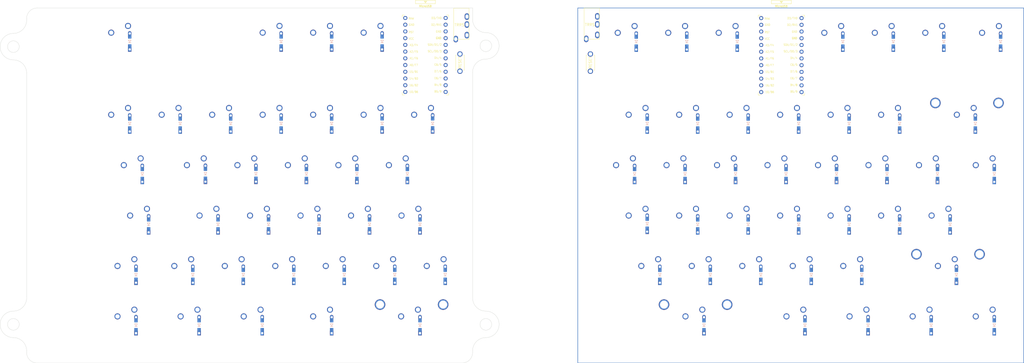
<source format=kicad_pcb>
(kicad_pcb (version 20221018) (generator pcbnew)
  (title_block (title "Fatotesa KDB"))
  (layers (0 "F.Cu" signal) (31 "B.Cu" signal) (34 "B.Paste" user) (35 "F.Paste" user) (36 "B.SilkS" user "B.Silkscreen") (37 "F.SilkS" user "F.Silkscreen") (38 "B.Mask" user) (39 "F.Mask" user) (44 "Edge.Cuts" user))
  (net 0 "")
  (net 1 "Net-(D_0-A)")
  (net 2 "Net-(D_1-A)")
  (net 3 "col0")
  (net 4 "col1")
  (net 5 "col2")
  (net 6 "col3")
  (net 7 "col4")
  (net 8 "col5")
  (net 9 "col6")
  (net 10 "Net-(D_2-A)")
  (net 11 "row0")
  (net 12 "row2")
  (net 13 "row5")
  (net 14 "row6")
  (net 15 "Net-(D_3-A)")
  (net 16 "Net-(D_4-A)")
  (net 17 "Net-(D_5-A)")
  (net 18 "Net-(D_6-A)")
  (net 19 "Net-(D_7-A)")
  (net 20 "Net-(D_8-A)")
  (net 21 "Net-(D_9-A)")
  (net 22 "Net-(D_10-A)")
  (net 23 "Net-(D_11-A)")
  (net 24 "Net-(D_12-A)")
  (net 25 "Net-(D_13-A)")
  (net 26 "Net-(D_14-A)")
  (net 27 "Net-(D_15-A)")
  (net 28 "Net-(D_16-A)")
  (net 29 "Net-(D_17-A)")
  (net 30 "Net-(D_18-A)")
  (net 31 "Net-(D_19-A)")
  (net 32 "Net-(D_20-A)")
  (net 33 "Net-(D_21-A)")
  (net 34 "Net-(D_22-A)")
  (net 35 "Net-(D_23-A)")
  (net 36 "Net-(D_24-A)")
  (net 37 "Net-(D_25-A)")
  (net 38 "Net-(D_26-A)")
  (net 39 "Net-(D_27-A)")
  (net 40 "Net-(D_28-A)")
  (net 41 "Net-(D_29-A)")
  (net 42 "Net-(D_30-A)")
  (net 43 "Net-(D_31-A)")
  (net 44 "Net-(D_32-A)")
  (net 45 "Net-(D_33-A)")
  (net 46 "Net-(D_34-A)")
  (net 47 "data")
  (net 48 "GND")
  (net 49 "VCC")
  (net 50 "reset")
  (net 52 "row3")
  (net 53 "row4")
  (net 54 "Net-(D_35-A)")
  (net 55 "Net-(D_36-A)")
  (net 56 "Net-(D_37-A)")
  (net 57 "Net-(D_38-A)")
  (net 58 "Net-(D_39-A)")
  (net 59 "Net-(D_40-A)")
  (net 60 "Net-(D_41-A)")
  (net 61 "Net-(D_42-A)")
  (net 62 "Net-(D_43-A)")
  (net 63 "Net-(D_44-A)")
  (net 64 "Net-(D_45-A)")
  (net 65 "Net-(D_46-A)")
  (net 66 "Net-(D_47-A)")
  (net 67 "Net-(D_48-A)")
  (net 68 "Net-(D_49-A)")
  (net 69 "Net-(D_50-A)")
  (net 70 "Net-(D_51-A)")
  (net 71 "Net-(D_52-A)")
  (net 72 "Net-(D_53-A)")
  (net 73 "Net-(D_54-A)")
  (net 74 "Net-(D_55-A)")
  (net 75 "Net-(D_56-A)")
  (net 76 "Net-(D_57-A)")
  (net 77 "Net-(D_58-A)")
  (net 78 "Net-(D_59-A)")
  (net 79 "Net-(D_60-A)")
  (net 80 "Net-(D_61-A)")
  (net 81 "Net-(D_62-A)")
  (net 82 "Net-(D_63-A)")
  (net 83 "Net-(D_64-A)")
  (net 84 "Net-(D_65-A)")
  (net 85 "Net-(D_66-A)")
  (net 86 "Net-(D_67-A)")
  (net 87 "Net-(D_68-A)")
  (net 88 "Net-(D_69-A)")
  (net 89 "Net-(D_70-A)")
  (net 90 "Net-(D_71-A)")
  (net 91 "Net-(D_72-A)")
  (net 92 "Net-(D_73-A)")
  (net 93 "Net-(D_74-A)")
  (net 94 "row0_r")
  (net 95 "row2_r")
  (net 96 "row1_r")
  (net 97 "row3_r")
  (net 98 "row4_r")
  (net 99 "row5_r")
  (net 100 "data_r")
  (net 101 "col0_r")
  (net 102 "reset_r")
  (net 103 "GNDA")
  (net 104 "VDD")
  (net 105 "col1_r")
  (net 106 "col2_r")
  (net 107 "col3_r")
  (net 108 "col4_r")
  (net 109 "col5_r")
  (net 110 "col6_r")
  (net 111 "col7_r")
  (footprint "PCM_marbastlib-mx:SW_MX_1u" (layer "F.Cu") (at 300.8129 134.1359)
    (fp_text reference "K_38" hide)
    (fp_text value "KEYSW")
  )
  (footprint "Corne:ResetSW_1side" (layer "F.Cu") (at 233.3418 111.9117 -90)
    (fp_text reference "SW1" hide)
    (fp_text value "SW_PUSH")
  )
  (footprint "Corne:ProMicro_v3" (layer "F.Cu") (at 220.3202 109.5306)
    (fp_text reference "U3" hide)
    (fp_text value "ProMicro" hide)
  )
  (footprint "PCM_marbastlib-mx:SW_MX_1u" (layer "F.Cu") (at 105.5627 134.1377)
    (fp_text reference "K_4" hide)
    (fp_text value "KEYSW")
  )
  (footprint "PCM_marbastlib-mx:SW_MX_1u" (layer "F.Cu") (at 396.0569 172.2335)
    (fp_text reference "K_66" hide)
    (fp_text value "KEYSW")
  )
  (footprint "PCM_marbastlib-mx:SW_MX_1u" (layer "F.Cu") (at 424.6295 134.1365)
    (fp_text reference "K_69" hide)
    (fp_text value "KEYSW")
  )
  (footprint "PCM_marbastlib-mx:SW_MX_1u" (layer "F.Cu") (at 305.5751 191.2823)
    (fp_text reference "K_41" hide)
    (fp_text value "KEYSW")
  )
  (footprint "PCM_marbastlib-mx:SW_MX_1u" (layer "F.Cu") (at 315.0995 153.1847)
    (fp_text reference "K_39" hide)
    (fp_text value "KEYSW")
  )
  (footprint "PCM_marbastlib-mx:SW_MX_1u" (layer "F.Cu") (at 357.9593 172.2335)
    (fp_text reference "K_54" hide)
    (fp_text value "KEYSW")
  )
  (footprint "PCM_marbastlib-mx:SW_MX_1.75u" (layer "F.Cu") (at 112.70645 172.2377)
    (fp_text reference "K_17" hide)
    (fp_text value "KEYSW")
  )
  (footprint "PCM_marbastlib-mx:SW_MX_1u" (layer "F.Cu") (at 148.4252 191.2877)
    (fp_text reference "K_25" hide)
    (fp_text value "KEYSW")
  )
  (footprint "PCM_marbastlib-mx:SW_MX_1u" (layer "F.Cu") (at 381.7703 191.2823)
    (fp_text reference "K_61" hide)
    (fp_text value "KEYSW")
  )
  (footprint "PCM_marbastlib-mx:SW_MX_1u" (layer "F.Cu") (at 396.0569 134.1359)
    (fp_text reference "K_64" hide)
    (fp_text value "KEYSW")
  )
  (footprint "PCM_marbastlib-mx:SW_MX_1u" (layer "F.Cu") (at 296.0507 153.1847)
    (fp_text reference "K_36" hide)
    (fp_text value "KEYSW")
  )
  (footprint "PCM_marbastlib-mx:SW_MX_1u" (layer "F.Cu") (at 412.7246 103.181)
    (fp_text reference "K_68" hide)
    (fp_text value "KEYSW")
  )
  (footprint "PCM_marbastlib-mx:SW_MX_1.25u" (layer "F.Cu") (at 155.56895 210.3377)
    (fp_text reference "K_32" hide)
    (fp_text value "KEYSW")
  )
  (footprint "PCM_marbastlib-mx:SW_MX_1u" (layer "F.Cu") (at 322.24115 210.3317)
    (fp_text reference "K_47" hide)
    (fp_text value "KEYSW")
  )
  (footprint "PCM_marbastlib-mx:SW_MX_1u" (layer "F.Cu") (at 214.94535 210.3341)
    (fp_text reference "K_34" hide)
    (fp_text value "KEYSW")
  )
  (footprint "PCM_marbastlib-mx:SW_MX_1u" (layer "F.Cu") (at 319.8617 172.2335)
    (fp_text reference "K_45" hide)
    (fp_text value "KEYSW")
  )
  (footprint "PCM_marbastlib-mx:SW_MX_1u" (layer "F.Cu") (at 157.9502 172.2377)
    (fp_text reference "K_19" hide)
    (fp_text value "KEYSW")
  )
  (footprint "PCM_marbastlib-mx:SW_MX_1u" (layer "F.Cu") (at 434.1545 103.1816)
    (fp_text reference "K_72" hide)
    (fp_text value "KEYSW")
  )
  (footprint "PCM_marbastlib-mx:SW_MX_1u" (layer "F.Cu") (at 374.6264 103.1804)
    (fp_text reference "K_57" hide)
    (fp_text value "KEYSW")
  )
  (footprint "PCM_marbastlib-mx:SW_MX_1.25u" (layer "F.Cu") (at 407.96315 210.3317)
    (fp_text reference "K_67" hide)
    (fp_text value "KEYSW")
  )
  (footprint "PCM_marbastlib-mx:SW_MX_1u" (layer "F.Cu") (at 105.5627 103.131)
    (fp_text reference "K_0" hide)
    (fp_text value "KEYSW")
  )
  (footprint "PCM_marbastlib-mx:SW_MX_1u" (layer "F.Cu") (at 200.8127 103.131)
    (fp_text reference "K_3" hide)
    (fp_text value "KEYSW")
  )
  (footprint "PCM_marbastlib-mx:SW_MX_1u" (layer "F.Cu") (at 210.3377 153.1877)
    (fp_text reference "K_16" hide)
    (fp_text value "KEYSW")
  )
  (footprint "PCM_marbastlib-mx:SW_MX_1.5u" (layer "F.Cu") (at 110.3252 153.1877)
    (fp_text reference "K_11" hide)
    (fp_text value "KEYSW")
  )
  (footprint "PCM_marbastlib-mx:SW_MX_1.25u" (layer "F.Cu") (at 384.1514 210.3311)
    (fp_text reference "K_62" hide)
    (fp_text value "KEYSW")
  )
  (footprint "PCM_marbastlib-mx:SW_MX_1u" (layer "F.Cu") (at 124.6127 134.1377)
    (fp_text reference "K_5" hide)
    (fp_text value "KEYSW")
  )
  (footprint "PCM_marbastlib-mx:SW_MX_1.25u" (layer "F.Cu") (at 107.94395 191.2877)
    (fp_text reference "K_23" hide)
    (fp_text value "KEYSW")
  )
  (footprint "PCM_marbastlib-mx:SW_MX_1u" (layer "F.Cu") (at 181.7627 103.131)
    (fp_text reference "K_2" hide)
    (fp_text value "KEYSW")
  )
  (footprint "PCM_marbastlib-mx:SW_MX_1u" (layer "F.Cu") (at 315.7329 103.1798)
    (fp_text reference "K_37" hide)
    (fp_text value "KEYSW")
  )
  (footprint "PCM_marbastlib-mx:SW_MX_1u" (layer "F.Cu") (at 167.4752 191.2877)
    (fp_text reference "K_26" hide)
    (fp_text value "KEYSW")
  )
  (footprint "PCM_marbastlib-mx:SW_MX_1u" (layer "F.Cu") (at 334.1483 153.1847)
    (fp_text reference "K_44" hide)
    (fp_text value "KEYSW")
  )
  (footprint "PCM_marbastlib-mx:SW_MX_1u" (layer "F.Cu") (at 319.8617 134.1359)
    (fp_text reference "K_43" hide)
    (fp_text value "KEYSW")
  )
  (footprint "PCM_marbastlib-mx:SW_MX_1u" (layer "F.Cu") (at 296.6847 103.1804)
    (fp_text reference "K_35" hide)
    (fp_text value "KEYSW")
  )
  (footprint "PCM_marbastlib-mx:SW_MX_1u" (layer "F.Cu") (at 200.8127 134.1377)
    (fp_text reference "K_9" hide)
    (fp_text value "KEYSW")
  )
  (footprint "PCM_marbastlib-mx:SW_MX_1u" (layer "F.Cu") (at 172.2377 153.1877)
    (fp_text reference "K_14" hide)
    (fp_text value "KEYSW")
  )
  (footprint "PCM_marbastlib-mx:SW_MX_1u" (layer "F.Cu") (at 391.2947 153.1847)
    (fp_text reference "K_59" hide)
    (fp_text value "KEYSW")
  )
  (footprint "Corne:ResetSW_1side" (layer "F.Cu") (at 282.5572 111.9117 -90)
    (fp_text reference "SW2" hide)
    (fp_text value "SW_PUSH")
  )
  (footprint "PCM_marbastlib-mx:SW_MX_1u" (layer "F.Cu") (at 377.0081 134.1359)
    (fp_text reference "K_58" hide)
    (fp_text value "KEYSW")
  )
  (footprint "PCM_marbastlib-mx:SW_MX_1u" (layer "F.Cu") (at 153.1877 153.1877)
    (fp_text reference "K_13" hide)
    (fp_text value "KEYSW")
  )
  (footprint "PCM_marbastlib-mx:STAB_MX_P_2u" (layer "F.Cu") (at 424.6289 134.1365)
    (fp_text reference "S4" hide)
    (fp_text value "MX_stab")
  )
  (footprint "Corne:MJ-4PP-9_1side" (layer "F.Cu") (at 283.0761 91.1503)
    (fp_text reference "J2")
    (fp_text value "MJ-4PP-9" hide)
  )
  (footprint "PCM_marbastlib-mx:SW_MX_1u" (layer "F.Cu") (at 324.6239 191.2823)
    (fp_text reference "K_46" hide)
    (fp_text value "KEYSW")
  )
  (footprint "PCM_marbastlib-mx:SW_MX_1u" (layer "F.Cu") (at 138.9002 172.2377)
    (fp_text reference "K_18" hide)
    (fp_text value "KEYSW")
  )
  (footprint "PCM_marbastlib-mx:SW_MX_1u" (layer "F.Cu") (at 362.7215 191.2823)
    (fp_text reference "K_55" hide)
    (fp_text value "KEYSW")
  )
  (footprint "PCM_marbastlib-mx:SW_MX_1u" (layer "F.Cu") (at 219.8627 134.1377)
    (fp_text reference "K_10" hide)
    (fp_text value "KEYSW")
  )
  (footprint "PCM_marbastlib-mx:SW_MX_1u" (layer "F.Cu") (at 357.9593 134.1359)
    (fp_text reference "K_52" hide)
    (fp_text value "KEYSW")
  )
  (footprint "PCM_marbastlib-mx:SW_MX_1.25u" (layer "F.Cu") (at 131.75645 210.3377)
    (fp_text reference "K_31" hide)
    (fp_text value "KEYSW")
  )
  (footprint "PCM_marbastlib-mx:SW_MX_1.25u" (layer "F.Cu") (at 431.7734 153.1847)
    (fp_text reference "K_73" hide)
    (fp_text value "KEYSW")
  )
  (footprint "PCM_marbastlib-mx:SW_MX_1u" (layer "F.Cu") (at 191.2877 153.1877)
    (fp_text reference "K_15" hide)
    (fp_text value "KEYSW")
  )
  (footprint "PCM_marbastlib-mx:SW_MX_1u" (layer "F.Cu") (at 377.0081 172.2335)
    (fp_text reference "K_60" hide)
    (fp_text value "KEYSW")
  )
  (footprint "PCM_marbastlib-mx:SW_MX_1u" (layer "F.Cu") (at 177.0002 172.2377)
    (fp_text reference "K_20" hide)
    (fp_text value "KEYSW")
  )
  (footprint "PCM_marbastlib-mx:SW_MX_1u" (layer "F.Cu") (at 343.6727 191.2823)
    (fp_text reference "K_51" hide)
    (fp_text value "KEYSW")
  )
  (footprint "Corne:MJ-4PP-9_1side" (layer "F.Cu") (at 233.8667 91.2251)
    (fp_text reference "J1")
    (fp_text value "MJ-4PP-9" hide)
  )
  (footprint "PCM_marbastlib-mx:STAB_MX_P_2.75u" (layer "F.Cu") (at 322.24115 210.3317)
    (fp_text reference "S3" hide)
    (fp_text value "MX_stab")
  )
  (footprint "PCM_marbastlib-mx:SW_MX_1u" (layer "F.Cu") (at 205.5752 191.2877)
    (fp_text reference "K_28" hide)
    (fp_text value "KEYSW")
  )
  (footprint "PCM_marbastlib-mx:STAB_MX_P_2u" (layer "F.Cu") (at 215.0879 210.3191)
    (fp_text reference "S1" hide)
    (fp_text value "MX_stab")
  )
  (footprint "PCM_marbastlib-mx:SW_MX_1u" (layer "F.Cu") (at 129.3752 191.2877)
    (fp_text reference "K_24" hide)
    (fp_text value "KEYSW")
  )
  (footprint "PCM_marbastlib-mx:SW_MX_1u" (layer "F.Cu") (at 224.6252 191.2877)
    (fp_text reference "K_29" hide)
    (fp_text value "KEYSW")
  )
  (footprint "PCM_marbastlib-mx:SW_MX_1u" (layer "F.Cu") (at 143.6627 134.1377)
    (fp_text reference "K_6" hide)
    (fp_text value "KEYSW")
  )
  (footprint "PCM_marbastlib-mx:SW_MX_1u" (layer "F.Cu") (at 372.2459 153.1847)
    (fp_text reference "K_53" hide)
    (fp_text value "KEYSW")
  )
  (footprint "PCM_marbastlib-mx:STAB_MX_P_2.75u" (layer "F.Cu") (at 417.4868 191.2823)
    (fp_text reference "S2" hide)
    (fp_text value "MX_stab")
  )
  (footprint "PCM_marbastlib-mx:SW_MX_1u" (layer "F.Cu") (at 300.8129 172.2335)
    (fp_text reference "K_40" hide)
    (fp_text value "KEYSW")
  )
  (footprint "PCM_marbastlib-mx:SW_MX_1u" (layer "F.Cu") (at 181.7627 134.1377)
    (fp_text reference "K_8" hide)
    (fp_text value "KEYSW")
  )
  (footprint "PCM_marbastlib-mx:SW_MX_1u" (layer "F.Cu") (at 186.5252 191.2877)
    (fp_text reference "K_27" hide)
    (fp_text value "KEYSW")
  )
  (footprint "PCM_marbastlib-mx:SW_MX_1u" (layer "F.Cu") (at 393.6752 103.1804)
    (fp_text reference "K_63" hide)
    (fp_text value "KEYSW")
  )
  (footprint "PCM_marbastlib-mx:SW_MX_1.5u" (layer "F.Cu") (at 181.7627 210.3377)
    (fp_text reference "K_33" hide)
    (fp_text value "KEYSW")
  )
  (footprint "PCM_marbastlib-mx:SW_MX_1u" (layer "F.Cu") (at 353.1971 153.1847)
    (fp_text reference "K_49" hide)
    (fp_text value "KEYSW")
  )
  (footprint "PCM_marbastlib-mx:SW_MX_1u" (layer "F.Cu") (at 415.1063 172.2341)
    (fp_text reference "K_70" hide)
    (fp_text value "KEYSW")
  )
  (footprint "PCM_marbastlib-mx:SW_MX_1u" (layer "F.Cu") (at 196.0502 172.2377)
    (fp_text reference "K_21" hide)
    (fp_text value "KEYSW")
  )
  (footprint "PCM_marbastlib-mx:SW_MX_1u" (layer "F.Cu") (at 338.9105 134.1359)
    (fp_text reference "K_48" hide)
    (fp_text value "KEYSW")
  )
  (footprint "PCM_marbastlib-mx:SW_MX_1u" (layer "F.Cu") (at 417.4868 191.2823)
    (fp_text reference "K_71" hide)
    (fp_text value "KEYSW")
  )
  (footprint "PCM_marbastlib-mx:SW_MX_1u" (layer "F.Cu") (at 334.7823 103.1804)
    (fp_text reference "K_42" hide)
    (fp_text value "KEYSW")
  )
  (footprint "PCM_marbastlib-mx:SW_MX_1u" (layer "F.Cu") (at 134.1377 153.1877)
    (fp_text reference "K_12" hide)
    (fp_text value "KEYSW")
  )
  (footprint "PCM_marbastlib-mx:SW_MX_1u" (layer "F.Cu") (at 410.3429 153.1853)
    (fp_text reference "K_65" hide)
    (fp_text value "KEYSW")
  )
  (footprint "PCM_marbastlib-mx:SW_MX_1.25u" (layer "F.Cu") (at 107.94395 210.3377)
    (fp_text reference "K_30" hide)
    (fp_text value "KEYSW")
  )
  (footprint "PCM_marbastlib-mx:SW_MX_1u" (layer "F.Cu") (at 162.7127 103.131)
    (fp_text reference "K_1" hide)
    (fp_text value "KEYSW")
  )
  (footprint "Corne:ProMicro_v3" (layer "F.Cu") (at 354.6146 109.5755)
    (fp_text reference "U1" hide)
    (fp_text value "ProMicro" hide)
  )
  (footprint "PCM_marbastlib-mx:SW_MX_1u" (layer "F.Cu") (at 162.7127 134.1377)
    (fp_text reference "K_7" hide)
    (fp_text value "KEYSW")
  )
  (footprint "PCM_marbastlib-mx:SW_MX_1.25u" (layer "F.Cu") (at 360.3404 210.3311)
    (fp_text reference "K_56" hide)
    (fp_text value "KEYSW")
  )
  (footprint "PCM_marbastlib-mx:SW_MX_1u" (layer "F.Cu") (at 338.9105 172.2335)
    (fp_text reference "K_50" hide)
    (fp_text value "KEYSW")
  )
  (footprint "PCM_marbastlib-mx:SW_MX_1u" (layer "F.Cu") (at 215.1002 172.2377)
    (fp_text reference "K_22" hide)
    (fp_text value "KEYSW")
  )
  (footprint "PCM_marbastlib-mx:SW_MX_1.25u" (layer "F.Cu") (at 431.77415 210.3317)
    (fp_text reference "K_74" hide)
    (fp_text value "KEYSW")
  )
  (footprint "Corne:D3_TH_SMD_v2" (layer "B.Cu") (at 308.7493 192.0754 90)
    (fp_text reference "D_41" hide)
    (fp_text value "D" hide)
  )
  (footprint "Corne:D3_TH_SMD_v2" (layer "B.Cu") (at 108.7309 103.9121 90)
    (fp_text reference "D_0" hide)
    (fp_text value "D" hide)
  )
  (footprint "Corne:D3_TH_SMD_v2" (layer "B.Cu") (at 365.8957 192.0754 90)
    (fp_text reference "D_55" hide)
    (fp_text value "D" hide)
  )
  (footprint "Corne:D3_TH_SMD_v2" (layer "B.Cu") (at 137.3041 153.9032 90)
    (fp_text reference "D_12" hide)
    (fp_text value "D" hide)
  )
  (footprint "Corne:D3_TH_SMD_v2" (layer "B.Cu") (at 115.8742 173.0146 90)
    (fp_text reference "D_17" hide)
    (fp_text value "D" hide)
  )
  (footprint "Corne:D3_TH_SMD_v2" (layer "B.Cu") (at 325.417 211.1242 90)
    (fp_text reference "D_47" hide)
    (fp_text value "D" hide)
  )
  (footprint "Corne:D3_TH_SMD_v2" (layer "B.Cu") (at 318.2737 153.9778 90)
    (fp_text reference "D_39" hide)
    (fp_text value "D" hide)
  )
  (footprint "Corne:D3_TH_SMD_v2" (layer "B.Cu") (at 218.2615 211.1122 90)
    (fp_text reference "D_34" hide)
    (fp_text value "D" hide)
  )
  (footprint "Corne:D3_TH_SMD_v2" (layer "B.Cu") (at 223.0237 134.8544 90)
    (fp_text reference "D_10" hide)
    (fp_text value "D" hide)
  )
  (footprint "Corne:D3_TH_SMD_v2" (layer "B.Cu") (at 303.9871 134.929 90)
    (fp_text reference "D_38" hide)
    (fp_text value "D" hide)
  )
  (footprint "Corne:D3_TH_SMD_v2" (layer "B.Cu") (at 318.9095 103.9747 90)
    (fp_text reference "D_37" hide)
    (fp_text value "D" hide)
  )
  (footprint "Corne:D3_TH_SMD_v2" (layer "B.Cu") (at 361.1335 134.929 90)
    (fp_text reference "D_52" hide)
    (fp_text value "D" hide)
  )
  (footprint "Corne:D3_TH_SMD_v2" (layer "B.Cu") (at 113.4931 153.9658 90)
    (fp_text reference "D_11" hide)
    (fp_text value "D" hide)
  )
  (footprint "Corne:D3_TH_SMD_v2" (layer "B.Cu") (at 363.5146 211.1242 90)
    (fp_text reference "D_56" hide)
    (fp_text value "D" hide)
  )
  (footprint "Corne:D3_TH_SMD_v2" (layer "B.Cu") (at 399.2311 134.929 90)
    (fp_text reference "D_64" hide)
    (fp_text value "D" hide)
  )
  (footprint "Corne:D3_TH_SMD_v2" (layer "B.Cu") (at 327.7981 192.0754 90)
    (fp_text reference "D_46" hide)
    (fp_text value "D" hide)
  )
  (footprint "Corne:D3_TH_SMD_v2" (layer "B.Cu") (at 437.3287 103.9747 90)
    (fp_text reference "D_72" hide)
    (fp_text value "D" hide)
  )
  (footprint "Corne:D3_TH_SMD_v2" (layer "B.Cu") (at 111.112 211.1122 90)
    (fp_text reference "D_30" hide)
    (fp_text value "D" hide)
  )
  (footprint "Corne:D3_TH_SMD_v2" (layer "B.Cu") (at 108.7309 134.917 90)
    (fp_text reference "D_4" hide)
    (fp_text value "D" hide)
  )
  (footprint "Corne:D3_TH_SMD_v2" (layer "B.Cu") (at 346.8469 192.0754 90)
    (fp_text reference "D_51" hide)
    (fp_text value "D" hide)
  )
  (footprint "Corne:D3_TH_SMD_v2" (layer "B.Cu") (at 434.9476 211.1242 90)
    (fp_text reference "D_74" hide)
    (fp_text value "D" hide)
  )
  (footprint "Corne:D3_TH_SMD_v2" (layer "B.Cu") (at 377.8012 103.9747 90)
    (fp_text reference "D_57" hide)
    (fp_text value "D" hide)
  )
  (footprint "Corne:D3_TH_SMD_v2" (layer "B.Cu") (at 323.0359 173.0266 90)
    (fp_text reference "D_45" hide)
    (fp_text value "D" hide)
  )
  (footprint "Corne:D3_TH_SMD_v2" (layer "B.Cu") (at 175.4017 153.9658 90)
    (fp_text reference "D_14" hide)
    (fp_text value "D" hide)
  )
  (footprint "Corne:D3_TH_SMD_v2" (layer "B.Cu") (at 361.1335 173.0266 90)
    (fp_text reference "D_54" hide)
    (fp_text value "D" hide)
  )
  (footprint "Corne:D3_TH_SMD_v2" (layer "B.Cu") (at 299.8607 103.9747 90)
    (fp_text reference "D_35" hide)
    (fp_text value "D" hide)
  )
  (footprint "Corne:D3_TH_SMD_v2" (layer "B.Cu") (at 134.923 211.1122 90)
    (fp_text reference "D_31" hide)
    (fp_text value "D" hide)
  )
  (footprint "Corne:D3_TH_SMD_v2" (layer "B.Cu") (at 337.9583 103.9747 90)
    (fp_text reference "D_42" hide)
    (fp_text value "D" hide)
  )
  (footprint "Corne:D3_TH_SMD_v2" (layer "B.Cu") (at 127.7797 134.917 90)
    (fp_text reference "D_5" hide)
    (fp_text value "D" hide)
  )
  (footprint "Corne:D3_TH_SMD_v2" (layer "B.Cu") (at 165.8773 103.9121 90)
    (fp_text reference "D_1" hide)
    (fp_text value "D" hide)
  )
  (footprint "Corne:D3_TH_SMD_v2" (layer "B.Cu") (at 199.2127 173.0146 90)
    (fp_text reference "D_21" hide)
    (fp_text value "D" hide)
  )
  (footprint "Corne:D3_TH_SMD_v2" (layer "B.Cu") (at 380.1823 134.929 90)
    (fp_text reference "D_58" hide)
    (fp_text value "D" hide)
  )
  (footprint "Corne:D3_TH_SMD_v2" (layer "B.Cu") (at 342.0847 134.929 90)
    (fp_text reference "D_48" hide)
    (fp_text value "D" hide)
  )
  (footprint "Corne:D3_TH_SMD_v2" (layer "B.Cu") (at 151.5907 192.0634 90)
    (fp_text reference "D_25" hide)
    (fp_text value "D" hide)
  )
  (footprint "Corne:D3_TH_SMD_v2" (layer "B.Cu") (at 399.2311 173.0266 90)
    (fp_text reference "D_66" hide)
    (fp_text value "D" hide)
  )
  (footprint "Corne:D3_TH_SMD_v2" (layer "B.Cu") (at 132.5419 192.0634 90)
    (fp_text reference "D_24" hide)
    (fp_text value "D" hide)
  )
  (footprint "Corne:D3_TH_SMD_v2" (layer "B.Cu") (at 427.8043 134.929 90)
    (fp_text reference "D_69" hide)
    (fp_text value "D" hide)
  )
  (footprint "Corne:D3_TH_SMD_v2" (layer "B.Cu") (at 189.6883 192.0634 90)
    (fp_text reference "D_27" hide)
    (fp_text value "D" hide)
  )
  (footprint "Corne:D3_TH_SMD_v2" (layer "B.Cu") (at 375.4201 153.9778 90)
    (fp_text reference "D_53" hide)
    (fp_text value "D" hide)
  )
  (footprint "Corne:D3_TH_SMD_v2" (layer "B.Cu") (at 208.7371 192.0634 90)
    (fp_text reference "D_28" hide)
    (fp_text value "D" hide)
  )
  (footprint "Corne:D3_TH_SMD_v2" (layer "B.Cu") (at 184.9261 211.1122 90)
    (fp_text reference "D_33" hide)
    (fp_text value "D" hide)
  )
  (footprint "Corne:D3_TH_SMD_v2" (layer "B.Cu") (at 165.8773 134.917 90)
    (fp_text reference "D_7" hide)
    (fp_text value "D" hide)
  )
  (footprint "Corne:D3_TH_SMD_v2" (layer "B.Cu") (at 184.9261 134.917 90)
    (fp_text reference "D_8" hide)
    (fp_text value "D" hide)
  )
  (footprint "Corne:D3_TH_SMD_v2" (layer "B.Cu") (at 161.1151 173.0146 90)
    (fp_text reference "D_19" hide)
    (fp_text value "D" hide)
  )
  (footprint "Corne:D3_TH_SMD_v2" (layer "B.Cu") (at 420.661 192.0754 90)
    (fp_text reference "D_71" hide)
    (fp_text value "D" hide)
  )
  (footprint "Corne:D3_TH_SMD_v2" (layer "B.Cu") (at 146.8285 134.917 90)
    (fp_text reference "D_6" hide)
    (fp_text value "D" hide)
  )
  (footprint "Corne:D3_TH_SMD_v2" (layer "B.Cu") (at 434.9476 153.9778 90)
    (fp_text reference "D_73" hide)
    (fp_text value "D" hide)
  )
  (footprint "Corne:D3_TH_SMD_v2" (layer "B.Cu") (at 213.4993 153.9658 90)
    (fp_text reference "D_16" hide)
    (fp_text value "D" hide)
  )
  (footprint "Corne:D3_TH_SMD_v2" (layer "B.Cu") (at 218.2615 173.0146 90)
    (fp_text reference "D_22" hide)
    (fp_text value "D" hide)
  )
  (footprint "Corne:D3_TH_SMD_v2" (layer "B.Cu") (at 227.7859 192.0634 90)
    (fp_text reference "D_29" hide)
    (fp_text value "D" hide)
  )
  (footprint "Corne:D3_TH_SMD_v2" (layer "B.Cu") (at 342.0847 173.0266 90)
    (fp_text reference "D_50" hide)
    (fp_text value "D" hide)
  )
  (footprint "Corne:D3_TH_SMD_v2" (layer "B.Cu") (at 415.8988 103.9747 90)
    (fp_text reference "D_68" hide)
    (fp_text value "D" hide)
  )
  (footprint "Corne:D3_TH_SMD_v2" (layer "B.Cu") (at 303.9871 172.7737 90)
    (fp_text reference "D_40" hide)
    (fp_text value "D" hide)
  )
  (footprint "Corne:D3_TH_SMD_v2" (layer "B.Cu") (at 396.85 103.9747 90)
    (fp_text reference "D_63" hide)
    (fp_text value "D" hide)
  )
  (footprint "Corne:D3_TH_SMD_v2" (layer "B.Cu") (at 337.3225 153.9778 90)
    (fp_text reference "D_44" hide)
    (fp_text value "D" hide)
  )
  (footprint "Corne:D3_TH_SMD_v2" (layer "B.Cu") (at 142.0663 173.0146 90)
    (fp_text reference "D_18" hide)
    (fp_text value "D" hide)
  )
  (footprint "Corne:D3_TH_SMD_v2" (layer "B.Cu") (at 184.9261 103.9121 90)
    (fp_text reference "D_2" hide)
    (fp_text value "D" hide)
  )
  (footprint "Corne:D3_TH_SMD_v2" (layer "B.Cu") (at 384.9445 192.0754 90)
    (fp_text reference "D_61" hide)
    (fp_text value "D" hide)
  )
  (footprint "Corne:D3_TH_SMD_v2" (layer "B.Cu") (at 158.734 211.1122 90)
    (fp_text reference "D_32" hide)
    (fp_text value "D" hide)
  )
  (footprint "Corne:D3_TH_SMD_v2" (layer "B.Cu") (at 387.3256 211.1242 90)
    (fp_text reference "D_62" hide)
    (fp_text value "D" hide)
  )
  (footprint "Corne:D3_TH_SMD_v2" (layer "B.Cu") (at 170.6395 192.0634 90)
    (fp_text reference "D_26" hide)
    (fp_text value "D" hide)
  )
  (footprint "Corne:D3_TH_SMD_v2" (layer "B.Cu") (at 111.112 192.0634 90)
    (fp_text reference "D_23" hide)
    (fp_text value "D" hide)
  )
  (footprint "Corne:D3_TH_SMD_v2" (layer "B.Cu") (at 356.3713 153.9778 90)
    (fp_text reference "D_49" hide)
    (fp_text value "D" hide)
  )
  (footprint "Corne:D3_TH_SMD_v2" (layer "B.Cu") (at 323.0359 134.929 90)
    (fp_text reference "D_43" hide)
    (fp_text value "D" hide)
  )
  (footprint "Corne:D3_TH_SMD_v2" (layer "B.Cu") (at 203.9749 103.9121 90)
    (fp_text reference "D_3" hide)
    (fp_text value "D" hide)
  )
  (footprint "Corne:D3_TH_SMD_v2" (layer "B.Cu") (at 180.1639 173.0146 90)
    (fp_text reference "D_20" hide)
    (fp_text value "D" hide)
  )
  (footprint "Corne:D3_TH_SMD_v2" (layer "B.Cu") (at 394.4689 153.9778 90)
    (fp_text reference "D_59" hide)
    (fp_text value "D" hide)
  )
  (footprint "Corne:D3_TH_SMD_v2" (layer "B.Cu") (at 380.1823 173.0266 90)
    (fp_text reference "D_60" hide)
    (fp_text value "D" hide)
  )
  (footprint "Corne:D3_TH_SMD_v2" (layer "B.Cu") (at 156.3529 153.9032 90)
    (fp_text reference "D_13" hide)
    (fp_text value "D" hide)
  )
  (footprint "Corne:D3_TH_SMD_v2" (layer "B.Cu") (at 411.1366 211.1242 90)
    (fp_text reference "D_67" hide)
    (fp_text value "D" hide)
  )
  (footprint "Corne:D3_TH_SMD_v2" (layer "B.Cu") (at 203.9749 134.8544 90)
    (fp_text reference "D_9" hide)
    (fp_text value "D" hide)
  )
  (footprint "Corne:D3_TH_SMD_v2" (layer "B.Cu") (at 194.4505 153.9658 90)
    (fp_text reference "D_15" hide)
    (fp_text value "D" hide)
  )
  (footprint "Corne:D3_TH_SMD_v2" (layer "B.Cu") (at 299.2249 153.9778 90)
    (fp_text reference "D_36" hide)
    (fp_text value "D" hide)
  )
  (footprint "Corne:D3_TH_SMD_v2" (layer "B.Cu") (at 418.2799 173.0266 90)
    (fp_text reference "D_70" hide)
    (fp_text value "D" hide)
  )
  (footprint "Corne:D3_TH_SMD_v2" (layer "B.Cu") (at 413.5177 153.9778 90)
    (fp_text reference "D_65" hide)
    (fp_text value "D" hide)
  )
  (gr_rect (start 277.795 91.2755) (end 446.0594 225.4108) (stroke (width 0.2)) (fill none) (layer "B.Cu"))
  (gr_line (start 238.11 221.4423) (end 238.11 220.8061) (stroke (width 0.1)) (layer "Edge.Cuts"))
  (gr_line (start 69.8456 220.6486) (end 69.8456 221.4423) (stroke (width 0.1)) (layer "Edge.Cuts"))
  (gr_arc (start 69.8456 95.8802) (mid 68.381134 99.415734) (end 64.8456 100.8802) (stroke (width 0.1)) (layer "Edge.Cuts"))
  (gr_line (start 69.8456 95.8802) (end 69.8456 95.244) (stroke (width 0.1)) (layer "Edge.Cuts"))
  (gr_arc (start 243.11 205.8061) (mid 248.11 210.8061) (end 243.11 215.8061) (stroke (width 0.1)) (layer "Edge.Cuts"))
  (gr_line (start 238.11 91.2755) (end 238.11 95.5621) (stroke (width 0.1)) (layer "Edge.Cuts"))
  (gr_arc (start 238.11 220.8061) (mid 239.574466 217.270566) (end 243.11 215.8061) (stroke (width 0.1)) (layer "Edge.Cuts"))
  (gr_line (start 73.8141 91.2755) (end 238.11 91.2755) (stroke (width 0.1)) (layer "Edge.Cuts"))
  (gr_arc (start 64.8456 110.8802) (mid 59.8456 105.8802) (end 64.8456 100.8802) (stroke (width 0.1)) (layer "Edge.Cuts"))
  (gr_arc (start 69.8456 200.8061) (mid 68.381134 204.341634) (end 64.8456 205.8061) (stroke (width 0.1)) (layer "Edge.Cuts"))
  (gr_arc (start 243.11 100.5621) (mid 248.11 105.5621) (end 243.11 110.5621) (stroke (width 0.1)) (layer "Edge.Cuts"))
  (gr_arc (start 69.8456 95.244) (mid 71.007947 92.437847) (end 73.8141 91.2755) (stroke (width 0.1)) (layer "Edge.Cuts"))
  (gr_circle (center 243.11 210.8061) (end 240.91 210.8061) (stroke (width 0.1)) (fill none) (layer "Edge.Cuts"))
  (gr_arc (start 238.11 221.4423) (mid 236.947653 224.248453) (end 234.1415 225.4108) (stroke (width 0.1)) (layer "Edge.Cuts"))
  (gr_circle (center 243.11 105.5621) (end 240.91 105.5621) (stroke (width 0.1)) (fill none) (layer "Edge.Cuts"))
  (gr_line (start 69.8456 115.8802) (end 69.8456 200.6486) (stroke (width 0.1)) (layer "Edge.Cuts"))
  (gr_line (start 238.11 115.5621) (end 238.11 200.8061) (stroke (width 0.1)) (layer "Edge.Cuts"))
  (gr_arc (start 243.11 205.8061) (mid 239.574466 204.341634) (end 238.11 200.8061) (stroke (width 0.1)) (layer "Edge.Cuts"))
  (gr_arc (start 64.8456 110.8802) (mid 68.381134 112.344666) (end 69.8456 115.8802) (stroke (width 0.1)) (layer "Edge.Cuts"))
  (gr_arc (start 64.8456 215.8061) (mid 59.8456 210.8061) (end 64.8456 205.8061) (stroke (width 0.1)) (layer "Edge.Cuts"))
  (gr_arc (start 243.11 100.5621) (mid 239.574466 99.097634) (end 238.11 95.5621) (stroke (width 0.1)) (layer "Edge.Cuts"))
  (gr_circle (center 64.8456 210.8061) (end 67.0456 210.8061) (stroke (width 0.1)) (fill none) (layer "Edge.Cuts"))
  (gr_arc (start 64.8456 215.8061) (mid 68.381134 217.270566) (end 69.8456 220.8061) (stroke (width 0.1)) (layer "Edge.Cuts"))
  (gr_line (start 73.8141 225.4108) (end 234.1415 225.4108) (stroke (width 0.1)) (layer "Edge.Cuts"))
  (gr_arc (start 238.11 115.5621) (mid 239.574466 112.026566) (end 243.11 110.5621) (stroke (width 0.1)) (layer "Edge.Cuts"))
  (gr_circle (center 64.8456 105.8802) (end 67.0456 105.8802) (stroke (width 0.1)) (fill none) (layer "Edge.Cuts"))
  (gr_arc (start 73.8141 225.4108) (mid 71.007947 224.248453) (end 69.8456 221.4423) (stroke (width 0.1)) (layer "Edge.Cuts"))
)
</source>
